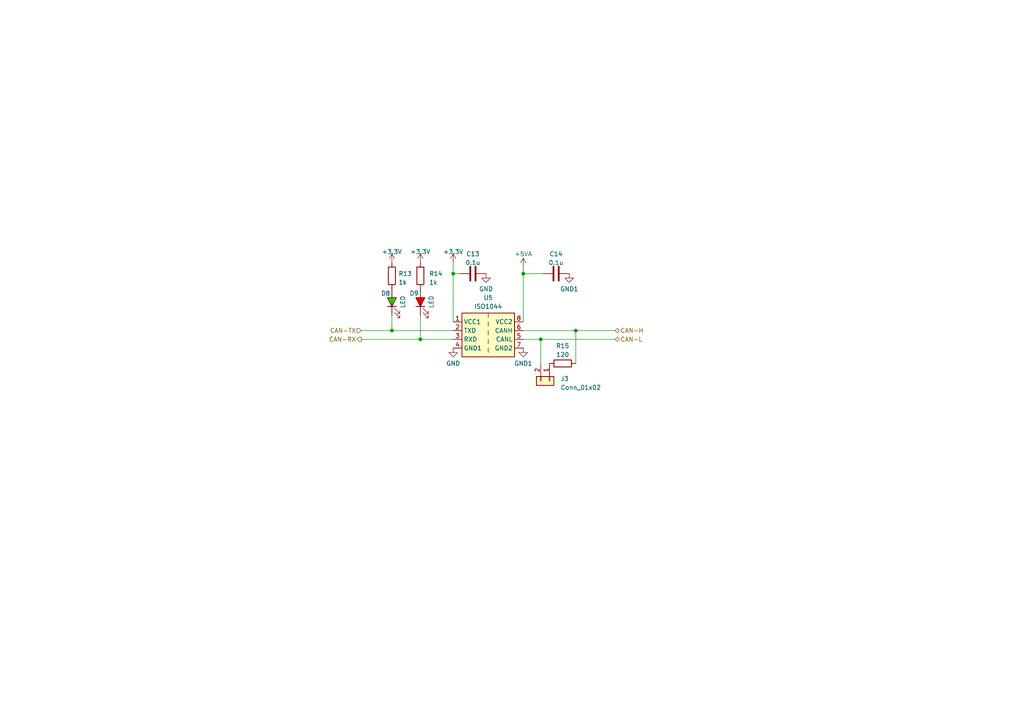
<source format=kicad_sch>
(kicad_sch (version 20231120) (generator "eeschema") (generator_version "8.0")
  (paper "A4")
  (lib_symbols
    (symbol "Connector_Generic:Conn_01x02" (pin_names (offset 1.016) hide)
      (property "Reference" "J" (at 0 2.54 0))
      (property "Value" "Conn_01x02" (at 0 -5.08 0))
      (symbol "Conn_01x02_1_1"
        (rectangle (start -1.27 -2.413) (end 0 -2.667) (stroke (width 0.1524)))
        (rectangle (start -1.27 0.127) (end 0 -0.127) (stroke (width 0.1524)))
        (rectangle (start -1.27 1.27) (end 1.27 -3.81) (stroke (width 0.254)) (fill (type background)))
        (pin passive line (at -5.08 0 0) (length 3.81) (name "Pin_1") (number "1"))
        (pin passive line (at -5.08 -2.54 0) (length 3.81) (name "Pin_2") (number "2"))
      )
    )
    (symbol "Device:C" (pin_numbers hide) (pin_names (offset 0.254))
      (property "Reference" "C" (at 0.635 2.54 0))
      (property "Value" "C" (at 0.635 -2.54 0))
      (symbol "C_0_1"
        (polyline (pts (xy -2.032 -0.762) (xy 2.032 -0.762)) (stroke (width 0.508)))
        (polyline (pts (xy -2.032 0.762) (xy 2.032 0.762)) (stroke (width 0.508)))
      )
      (symbol "C_1_1"
        (pin passive line (at 0 3.81 270) (length 2.794) (name "~") (number "1"))
        (pin passive line (at 0 -3.81 90) (length 2.794) (name "~") (number "2"))
      )
    )
    (symbol "Device:LED" (pin_numbers hide) (pin_names (offset 1.016) hide)
      (property "Reference" "D2" (at 3.175 -0.9525 90))
      (property "Value" "LED" (at 3.175 -3.4925 90))
      (symbol "LED_0_1"
        (polyline (pts (xy -1.27 -1.27) (xy -1.27 1.27)) (stroke (width 0.254)))
        (polyline (pts (xy -1.27 0) (xy 1.27 0)))
        (polyline (pts (xy 1.27 -1.27) (xy 1.27 1.27) (xy -1.27 0) (xy 1.27 -1.27)) (stroke (width 0.254)) (fill (type color) (color 0 255 0 1)))
        (polyline (pts (xy -3.048 -0.762) (xy -4.572 -2.286) (xy -3.81 -2.286) (xy -4.572 -2.286) (xy -4.572 -1.524)))
        (polyline (pts (xy -1.778 -0.762) (xy -3.302 -2.286) (xy -2.54 -2.286) (xy -3.302 -2.286) (xy -3.302 -1.524)))
      )
      (symbol "LED_1_1"
        (pin passive line (at -3.81 0 0) (length 2.54) (name "K") (number "1"))
        (pin passive line (at 3.81 0 180) (length 2.54) (name "A") (number "2"))
      )
    )
    (symbol "Device:R" (pin_numbers hide) (pin_names (offset 0))
      (property "Reference" "R" (at 2.032 0 90))
      (property "Value" "R" (at 0 0 90))
      (symbol "R_0_1"
        (rectangle (start -1.016 -2.54) (end 1.016 2.54) (stroke (width 0.254)))
      )
      (symbol "R_1_1"
        (pin passive line (at 0 3.81 270) (length 1.27) (name "~") (number "1"))
        (pin passive line (at 0 -3.81 90) (length 1.27) (name "~") (number "2"))
      )
    )
    (symbol "LED_1" (pin_numbers hide) (pin_names (offset 1.016) hide)
      (property "Reference" "D1" (at 3.175 -0.9525 90))
      (property "Value" "LED" (at 3.175 -3.4925 90))
      (symbol "LED_1_0_1"
        (polyline (pts (xy -1.27 -1.27) (xy -1.27 1.27)) (stroke (width 0.254)))
        (polyline (pts (xy -1.27 0) (xy 1.27 0)))
        (polyline (pts (xy 1.27 -1.27) (xy 1.27 1.27) (xy -1.27 0) (xy 1.27 -1.27)) (stroke (width 0.254)) (fill (type color) (color 255 0 0 1)))
        (polyline (pts (xy -3.048 -0.762) (xy -4.572 -2.286) (xy -3.81 -2.286) (xy -4.572 -2.286) (xy -4.572 -1.524)))
        (polyline (pts (xy -1.778 -0.762) (xy -3.302 -2.286) (xy -2.54 -2.286) (xy -3.302 -2.286) (xy -3.302 -1.524)))
      )
      (symbol "LED_1_1_1"
        (pin passive line (at -3.81 0 0) (length 2.54) (name "K") (number "1"))
        (pin passive line (at 3.81 0 180) (length 2.54) (name "A") (number "2"))
      )
    )
    (symbol "Robocon_Microcomputer:ISO1044"
      (property "Reference" "U" (at -6.35 6.35 0))
      (property "Value" "ISO1044" (at 2.54 6.35 0))
      (symbol "ISO1044_0_1"
        (rectangle (start -7.62 5.08) (end 7.62 -7.62) (stroke (width 0.254)) (fill (type background)))
        (polyline (pts (xy 0 -5.08) (xy 0 -6.35)))
        (polyline (pts (xy 0 -2.54) (xy 0 -3.81)))
        (polyline (pts (xy 0 0) (xy 0 -1.27)))
        (polyline (pts (xy 0 2.54) (xy 0 1.27)))
        (polyline (pts (xy 0 5.08) (xy 0 3.81)))
      )
      (symbol "ISO1044_1_1"
        (pin power_in line (at -10.16 2.54 0) (length 2.54) (name "VCC1") (number "1"))
        (pin input line (at -10.16 0 0) (length 2.54) (name "TXD") (number "2"))
        (pin output line (at -10.16 -2.54 0) (length 2.54) (name "RXD") (number "3"))
        (pin power_in line (at -10.16 -5.08 0) (length 2.54) (name "GND1") (number "4"))
        (pin bidirectional line (at 10.16 -2.54 180) (length 2.54) (name "CANL") (number "5"))
        (pin bidirectional line (at 10.16 0 180) (length 2.54) (name "CANH") (number "6"))
        (pin power_in line (at 10.16 -5.08 180) (length 2.54) (name "GND2") (number "7"))
        (pin power_in line (at 10.16 2.54 180) (length 2.54) (name "VCC2") (number "8"))
      )
    )
    (symbol "power:+3.3V" (power) (pin_names (offset 0))
      (property "Value" "+3.3V" (at 0 3.556 0))
      (symbol "+3.3V_0_1"
        (polyline (pts (xy -0.762 1.27) (xy 0 2.54)))
        (polyline (pts (xy 0 0) (xy 0 2.54)))
        (polyline (pts (xy 0 2.54) (xy 0.762 1.27)))
      )
      (symbol "+3.3V_1_1"
        (pin power_in line (at 0 0 90) (length 0) hide (name "+3.3V") (number "1"))
      )
    )
    (symbol "power:+5VA" (power) (pin_names (offset 0))
      (property "Value" "+5VA" (at 0 3.556 0))
      (symbol "+5VA_0_1"
        (polyline (pts (xy -0.762 1.27) (xy 0 2.54)))
        (polyline (pts (xy 0 0) (xy 0 2.54)))
        (polyline (pts (xy 0 2.54) (xy 0.762 1.27)))
      )
      (symbol "+5VA_1_1"
        (pin power_in line (at 0 0 90) (length 0) hide (name "+5VA") (number "1"))
      )
    )
    (symbol "power:GND" (power) (pin_names (offset 0))
      (property "Value" "GND" (at 0 -3.81 0))
      (symbol "GND_0_1"
        (polyline (pts (xy 0 0) (xy 0 -1.27) (xy 1.27 -1.27) (xy 0 -2.54) (xy -1.27 -1.27) (xy 0 -1.27)))
      )
      (symbol "GND_1_1"
        (pin power_in line (at 0 0 270) (length 0) hide (name "GND") (number "1"))
      )
    )
    (symbol "power:GND1" (power) (pin_names (offset 0))
      (property "Value" "GND1" (at 0 -3.81 0))
      (symbol "GND1_0_1"
        (polyline (pts (xy 0 0) (xy 0 -1.27) (xy 1.27 -1.27) (xy 0 -2.54) (xy -1.27 -1.27) (xy 0 -1.27)))
      )
      (symbol "GND1_1_1"
        (pin power_in line (at 0 0 270) (length 0) hide (name "GND1") (number "1"))
      )
    )
  )
  (junction (at 113.665 95.885))
  (junction (at 167.005 95.885))
  (junction (at 156.845 98.425))
  (junction (at 121.92 98.425))
  (junction (at 131.445 79.375))
  (junction (at 151.765 79.375))
  (wire (pts (xy 113.665 91.44) (xy 113.665 95.885)))
  (wire (pts (xy 151.765 98.425) (xy 156.845 98.425)))
  (wire (pts (xy 167.005 95.885) (xy 178.435 95.885)))
  (wire (pts (xy 104.775 98.425) (xy 121.92 98.425)))
  (wire (pts (xy 156.845 98.425) (xy 178.435 98.425)))
  (wire (pts (xy 167.005 95.885) (xy 167.005 105.41)))
  (wire (pts (xy 121.92 91.44) (xy 121.92 98.425)))
  (wire (pts (xy 113.665 95.885) (xy 131.445 95.885)))
  (wire (pts (xy 104.775 95.885) (xy 113.665 95.885)))
  (wire (pts (xy 131.445 79.375) (xy 131.445 93.345)))
  (wire (pts (xy 121.92 98.425) (xy 131.445 98.425)))
  (wire (pts (xy 156.845 98.425) (xy 156.845 105.41)))
  (wire (pts (xy 151.765 77.47) (xy 151.765 79.375)))
  (wire (pts (xy 133.35 79.375) (xy 131.445 79.375)))
  (wire (pts (xy 151.765 79.375) (xy 157.48 79.375)))
  (wire (pts (xy 151.765 95.885) (xy 167.005 95.885)))
  (wire (pts (xy 151.765 79.375) (xy 151.765 93.345)))
  (wire (pts (xy 131.445 76.2) (xy 131.445 79.375)))
  (hierarchical_label "CAN-H" (shape bidirectional) (at 178.435 95.885 0))
  (hierarchical_label "CAN-TX" (shape input) (at 104.775 95.885 180))
  (hierarchical_label "CAN-RX" (shape output) (at 104.775 98.425 180))
  (hierarchical_label "CAN-L" (shape bidirectional) (at 178.435 98.425 0))
  (symbol (lib_id "power:GND1") (at 165.1 79.375 0) (unit 1)
    (property "Reference" "#PWR050" (effects (hide yes)))
    (property "Value" "GND1" (at 165.1 83.82 0))
    (instances (project "よしはる" (path "" (reference "#PWR050") (unit 1)) (path "" (reference "#PWR042") (unit 1))))
  )
  (symbol (lib_id "power:+3.3V") (at 121.92 76.2 0) (unit 1)
    (property "Reference" "#PWR036" (effects (hide yes)))
    (property "Value" "+3.3V" (at 121.92 73.025 0))
    (instances (project "よしはる" (path "" (reference "#PWR036") (unit 1)) (path "" (reference "#PWR044") (unit 1))))
  )
  (symbol (lib_id "power:+5VA") (at 151.765 77.47 0) (unit 1)
    (property "Reference" "#PWR040" (effects (hide yes)))
    (property "Value" "+5VA" (at 151.765 73.66 0))
    (instances (project "よしはる" (path "" (reference "#PWR040") (unit 1)) (path "" (reference "#PWR048") (unit 1))))
  )
  (symbol (lib_id "power:+3.3V") (at 113.665 76.2 0) (unit 1)
    (property "Reference" "#PWR035" (effects (hide yes)))
    (property "Value" "+3.3V" (at 113.665 73.025 0))
    (instances (project "よしはる" (path "" (reference "#PWR035") (unit 1)) (path "" (reference "#PWR043") (unit 1))))
  )
  (symbol (lib_id "Device:C") (at 137.16 79.375 90) (unit 1)
    (property "Reference" "C13" (at 137.16 73.66 90))
    (property "Value" "0.1u" (at 137.16 76.2 90))
    (property "Footprint" "Capacitor_SMD:C_0603_1608Metric_Pad1.08x0.95mm_HandSolder" (effects (hide yes)))
    (instances (project "よしはる" (path "" (reference "C13") (unit 1)) (path "" (reference "C15") (unit 1))))
  )
  (symbol (lib_id "Robocon_Microcomputer:ISO1044") (at 141.605 95.885 0) (unit 1)
    (property "Reference" "U5" (at 141.605 86.36 0))
    (property "Value" "ISO1044" (at 141.605 88.9 0))
    (property "Footprint" "Package_SO:SOIC-8_3.9x4.9mm_P1.27mm" (effects (hide yes)))
    (property "Datasheet" "https://www.ti.com/lit/ds/symlink/iso1044.pdf" (effects (hide yes)))
    (instances (project "よしはる" (path "" (reference "U5") (unit 1)) (path "" (reference "U4") (unit 1))))
  )
  (symbol (lib_id "Device:R") (at 113.665 80.01 0) (unit 1)
    (property "Reference" "R13" (at 115.57 79.375 0) (effects (justify left)))
    (property "Value" "1k" (at 115.57 81.915 0) (effects (justify left)))
    (property "Footprint" "Resistor_SMD:R_0603_1608Metric_Pad0.98x0.95mm_HandSolder" (effects (hide yes)))
    (instances (project "よしはる" (path "" (reference "R13") (unit 1)) (path "" (reference "R16") (unit 1))))
  )
  (symbol (lib_id "power:GND") (at 140.97 79.375 0) (unit 1)
    (property "Reference" "#PWR039" (effects (hide yes)))
    (property "Value" "GND" (at 140.97 83.82 0))
    (instances (project "よしはる" (path "" (reference "#PWR039") (unit 1)) (path "" (reference "#PWR047") (unit 1))))
  )
  (symbol (lib_id "Device:C") (at 161.29 79.375 90) (unit 1)
    (property "Reference" "C14" (at 161.29 73.66 90))
    (property "Value" "0.1u" (at 161.29 76.2 90))
    (property "Footprint" "Capacitor_SMD:C_0603_1608Metric_Pad1.08x0.95mm_HandSolder" (effects (hide yes)))
    (instances (project "よしはる" (path "" (reference "C14") (unit 1)) (path "" (reference "C16") (unit 1))))
  )
  (symbol (lib_id "Device:R") (at 163.195 105.41 90) (unit 1)
    (property "Reference" "R15" (at 163.195 100.33 90))
    (property "Value" "120" (at 163.195 102.87 90))
    (property "Footprint" "Resistor_SMD:R_0603_1608Metric_Pad0.98x0.95mm_HandSolder" (effects (hide yes)))
    (instances (project "よしはる" (path "" (reference "R15") (unit 1)) (path "" (reference "R18") (unit 1))))
  )
  (symbol (lib_id "power:+3.3V") (at 131.445 76.2 0) (unit 1)
    (property "Reference" "#PWR037" (effects (hide yes)))
    (property "Value" "+3.3V" (at 131.445 73.025 0))
    (instances (project "よしはる" (path "" (reference "#PWR037") (unit 1)) (path "" (reference "#PWR045") (unit 1))))
  )
  (symbol (lib_id "Device:LED") (at 113.665 87.63 90) (unit 1)
    (property "Reference" "D8" (at 110.49 85.09 90) (effects (justify right)))
    (property "Value" "LED" (at 116.84 85.725 0) (effects (justify right)))
    (property "Footprint" "LED_SMD:LED_0603_1608Metric_Pad1.05x0.95mm_HandSolder" (effects (hide yes)))
    (instances (project "よしはる" (path "" (reference "D8") (unit 1)) (path "" (reference "D10") (unit 1))))
  )
  (symbol (lib_id "Connector_Generic:Conn_01x02") (at 159.385 110.49 270) (unit 1)
    (property "Reference" "J3" (at 162.56 109.855 90) (effects (justify left)))
    (property "Value" "Conn_01x02" (at 162.56 112.395 90) (effects (justify left)))
    (property "Footprint" "Connector_PinHeader_2.54mm:PinHeader_1x02_P2.54mm_Vertical" (effects (hide yes)))
    (instances (project "よしはる" (path "" (reference "J3") (unit 1)) (path "" (reference "J4") (unit 1))))
  )
  (symbol (lib_id "power:GND1") (at 151.765 100.965 0) (unit 1)
    (property "Reference" "#PWR041" (effects (hide yes)))
    (property "Value" "GND1" (at 151.765 105.41 0))
    (instances (project "よしはる" (path "" (reference "#PWR041") (unit 1)) (path "" (reference "#PWR049") (unit 1))))
  )
  (symbol (lib_id "power:GND") (at 131.445 100.965 0) (unit 1)
    (property "Reference" "#PWR038" (effects (hide yes)))
    (property "Value" "GND" (at 131.445 105.41 0))
    (instances (project "よしはる" (path "" (reference "#PWR038") (unit 1)) (path "" (reference "#PWR046") (unit 1))))
  )
  (symbol (lib_name "LED_1") (lib_id "Device:LED") (at 121.92 87.63 90) (unit 1)
    (property "Reference" "D9" (at 118.745 85.09 90) (effects (justify right)))
    (property "Value" "LED" (at 125.095 85.725 0) (effects (justify right)))
    (property "Footprint" "LED_SMD:LED_0603_1608Metric_Pad1.05x0.95mm_HandSolder" (effects (hide yes)))
    (instances (project "よしはる" (path "" (reference "D9") (unit 1)) (path "" (reference "D11") (unit 1))))
  )
  (symbol (lib_id "Device:R") (at 121.92 80.01 0) (unit 1)
    (property "Reference" "R14" (at 124.46 79.375 0) (effects (justify left)))
    (property "Value" "1k" (at 124.46 81.915 0) (effects (justify left)))
    (property "Footprint" "Resistor_SMD:R_0603_1608Metric_Pad0.98x0.95mm_HandSolder" (effects (hide yes)))
    (instances (project "よしはる" (path "" (reference "R14") (unit 1)) (path "" (reference "R17") (unit 1))))
  )
)
</source>
